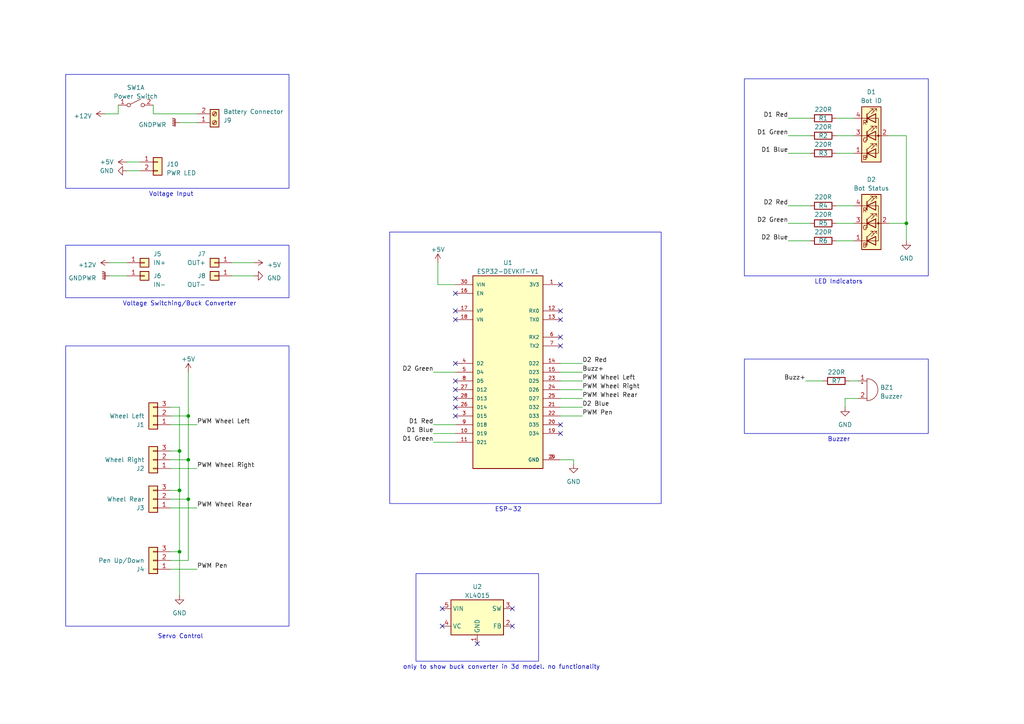
<source format=kicad_sch>
(kicad_sch (version 20230121) (generator eeschema)
  (paper "A4")
  (title_block (title "Hologlyph Bot Schematic") (date "2023-12-09") (rev "V1"))
  (lib_symbols
    (symbol "Connector:Screw_Terminal_01x02" (pin_names (offset 1.016) hide)
      (property "Reference" "J" (at 0 2.54 0))
      (property "Value" "Screw_Terminal_01x02" (at 0 -5.08 0))
      (symbol "Screw_Terminal_01x02_1_1"
        (rectangle (start -1.27 1.27) (end 1.27 -3.81) (stroke (width 0.254)) (fill (type background)))
        (circle (center 0 -2.54) (radius 0.635) (stroke (width 0.1524)))
        (polyline (pts (xy -0.5334 -2.2098) (xy 0.3302 -3.048)) (stroke (width 0.1524)))
        (polyline (pts (xy -0.5334 0.3302) (xy 0.3302 -0.508)) (stroke (width 0.1524)))
        (polyline (pts (xy -0.3556 -2.032) (xy 0.508 -2.8702)) (stroke (width 0.1524)))
        (polyline (pts (xy -0.3556 0.508) (xy 0.508 -0.3302)) (stroke (width 0.1524)))
        (circle (center 0 0) (radius 0.635) (stroke (width 0.1524)))
        (pin passive line (at -5.08 0 0) (length 3.81) (name "Pin_1") (number "1"))
        (pin passive line (at -5.08 -2.54 0) (length 3.81) (name "Pin_2") (number "2"))
      )
    )
    (symbol "Connector_Generic:Conn_01x01" (pin_names (offset 1.016) hide)
      (property "Reference" "J" (at 0 2.54 0))
      (property "Value" "Conn_01x01" (at 0 -2.54 0))
      (symbol "Conn_01x01_1_1"
        (rectangle (start -1.27 0.127) (end 0 -0.127) (stroke (width 0.1524)))
        (rectangle (start -1.27 1.27) (end 1.27 -1.27) (stroke (width 0.254)) (fill (type background)))
        (pin passive line (at -5.08 0 0) (length 3.81) (name "Pin_1") (number "1"))
      )
    )
    (symbol "Connector_Generic:Conn_01x02" (pin_names (offset 1.016) hide)
      (property "Reference" "J" (at 0 2.54 0))
      (property "Value" "Conn_01x02" (at 0 -5.08 0))
      (symbol "Conn_01x02_1_1"
        (rectangle (start -1.27 -2.413) (end 0 -2.667) (stroke (width 0.1524)))
        (rectangle (start -1.27 0.127) (end 0 -0.127) (stroke (width 0.1524)))
        (rectangle (start -1.27 1.27) (end 1.27 -3.81) (stroke (width 0.254)) (fill (type background)))
        (pin passive line (at -5.08 0 0) (length 3.81) (name "Pin_1") (number "1"))
        (pin passive line (at -5.08 -2.54 0) (length 3.81) (name "Pin_2") (number "2"))
      )
    )
    (symbol "Connector_Generic:Conn_01x03" (pin_names (offset 1.016) hide)
      (property "Reference" "J" (at 0 5.08 0))
      (property "Value" "Conn_01x03" (at 0 -5.08 0))
      (symbol "Conn_01x03_1_1"
        (rectangle (start -1.27 -2.413) (end 0 -2.667) (stroke (width 0.1524)))
        (rectangle (start -1.27 0.127) (end 0 -0.127) (stroke (width 0.1524)))
        (rectangle (start -1.27 2.667) (end 0 2.413) (stroke (width 0.1524)))
        (rectangle (start -1.27 3.81) (end 1.27 -3.81) (stroke (width 0.254)) (fill (type background)))
        (pin passive line (at -5.08 2.54 0) (length 3.81) (name "Pin_1") (number "1"))
        (pin passive line (at -5.08 0 0) (length 3.81) (name "Pin_2") (number "2"))
        (pin passive line (at -5.08 -2.54 0) (length 3.81) (name "Pin_3") (number "3"))
      )
    )
    (symbol "Device:Buzzer" (pin_names (offset 0.0254) hide)
      (property "Reference" "BZ" (at 3.81 1.27 0))
      (property "Value" "Buzzer" (at 3.81 -1.27 0))
      (symbol "Buzzer_0_1"
        (arc (start 0 -3.175) (mid 3.1612 0) (end 0 3.175))
        (polyline (pts (xy -1.651 1.905) (xy -1.143 1.905)))
        (polyline (pts (xy -1.397 2.159) (xy -1.397 1.651)))
        (polyline (pts (xy 0 3.175) (xy 0 -3.175)))
      )
      (symbol "Buzzer_1_1"
        (pin passive line (at -2.54 2.54 0) (length 2.54) (name "-") (number "1"))
        (pin passive line (at -2.54 -2.54 0) (length 2.54) (name "+") (number "2"))
      )
    )
    (symbol "Device:LED_BAGR" (pin_names (offset 0) hide)
      (property "Reference" "D" (at 0 9.398 0))
      (property "Value" "LED_BAGR" (at 0 -8.89 0))
      (symbol "LED_BAGR_0_0"
        (text "B" (at -1.905 -6.35 0) (effects (font (size 1.27 1.27))))
        (text "G" (at -1.905 -1.27 0) (effects (font (size 1.27 1.27))))
        (text "R" (at -1.905 3.81 0) (effects (font (size 1.27 1.27))))
      )
      (symbol "LED_BAGR_0_1"
        (polyline (pts (xy -1.27 -5.08) (xy -2.54 -5.08)))
        (polyline (pts (xy -1.27 -5.08) (xy 1.27 -5.08)))
        (polyline (pts (xy -1.27 -3.81) (xy -1.27 -6.35)) (stroke (width 0.254)))
        (polyline (pts (xy -1.27 0) (xy -2.54 0)))
        (polyline (pts (xy -1.27 1.27) (xy -1.27 -1.27)) (stroke (width 0.254)))
        (polyline (pts (xy -1.27 5.08) (xy -2.54 5.08)))
        (polyline (pts (xy -1.27 5.08) (xy 1.27 5.08)))
        (polyline (pts (xy -1.27 6.35) (xy -1.27 3.81)) (stroke (width 0.254)))
        (polyline (pts (xy 1.27 0) (xy -1.27 0)))
        (polyline (pts (xy 1.27 0) (xy 2.54 0)))
        (polyline (pts (xy -1.27 1.27) (xy -1.27 -1.27) (xy -1.27 -1.27)))
        (polyline (pts (xy -1.27 6.35) (xy -1.27 3.81) (xy -1.27 3.81)))
        (polyline (pts (xy 1.27 -5.08) (xy 2.032 -5.08) (xy 2.032 5.08) (xy 1.27 5.08)))
        (polyline (pts (xy 1.27 -3.81) (xy 1.27 -6.35) (xy -1.27 -5.08) (xy 1.27 -3.81)) (stroke (width 0.254)))
        (polyline (pts (xy 1.27 1.27) (xy 1.27 -1.27) (xy -1.27 0) (xy 1.27 1.27)) (stroke (width 0.254)))
        (polyline (pts (xy 1.27 6.35) (xy 1.27 3.81) (xy -1.27 5.08) (xy 1.27 6.35)) (stroke (width 0.254)))
        (polyline (pts (xy -1.016 -3.81) (xy 0.508 -2.286) (xy -0.254 -2.286) (xy 0.508 -2.286) (xy 0.508 -3.048)))
        (polyline (pts (xy -1.016 1.27) (xy 0.508 2.794) (xy -0.254 2.794) (xy 0.508 2.794) (xy 0.508 2.032)))
        (polyline (pts (xy -1.016 6.35) (xy 0.508 7.874) (xy -0.254 7.874) (xy 0.508 7.874) (xy 0.508 7.112)))
        (polyline (pts (xy 0 -3.81) (xy 1.524 -2.286) (xy 0.762 -2.286) (xy 1.524 -2.286) (xy 1.524 -3.048)))
        (polyline (pts (xy 0 1.27) (xy 1.524 2.794) (xy 0.762 2.794) (xy 1.524 2.794) (xy 1.524 2.032)))
        (polyline (pts (xy 0 6.35) (xy 1.524 7.874) (xy 0.762 7.874) (xy 1.524 7.874) (xy 1.524 7.112)))
        (rectangle (start 1.27 -1.27) (end 1.27 1.27))
        (rectangle (start 1.27 1.27) (end 1.27 1.27))
        (rectangle (start 1.27 3.81) (end 1.27 6.35))
        (rectangle (start 1.27 6.35) (end 1.27 6.35))
        (circle (center 2.032 0) (radius 0.254) (fill (type outline)))
        (rectangle (start 2.794 8.382) (end -2.794 -7.62) (stroke (width 0.254)) (fill (type background)))
      )
      (symbol "LED_BAGR_1_1"
        (pin passive line (at -5.08 -5.08 0) (length 2.54) (name "BK") (number "1"))
        (pin passive line (at 5.08 0 180) (length 2.54) (name "A") (number "2"))
        (pin passive line (at -5.08 0 0) (length 2.54) (name "GK") (number "3"))
        (pin passive line (at -5.08 5.08 0) (length 2.54) (name "RK") (number "4"))
      )
    )
    (symbol "Device:R" (pin_numbers hide) (pin_names (offset 0))
      (property "Reference" "R" (at 2.032 0 90))
      (property "Value" "R" (at 0 0 90))
      (symbol "R_0_1"
        (rectangle (start -1.016 -2.54) (end 1.016 2.54) (stroke (width 0.254)))
      )
      (symbol "R_1_1"
        (pin passive line (at 0 3.81 270) (length 1.27) (name "~") (number "1"))
        (pin passive line (at 0 -3.81 90) (length 1.27) (name "~") (number "2"))
      )
    )
    (symbol "ESP32-DEVKIT-V1:ESP32-DEVKIT-V1" (pin_names (offset 1.016))
      (property "Reference" "U" (at -10.16 30.48 0))
      (property "Value" "ESP32-DEVKIT-V1" (at -10.16 -30.48 0))
      (symbol "ESP32-DEVKIT-V1_0_0"
        (rectangle (start -10.16 -27.94) (end 10.16 27.94) (stroke (width 0.254)) (fill (type background)))
        (pin output line (at 15.24 25.4 180) (length 5.08) (name "3V3") (number "1"))
        (pin bidirectional line (at -15.24 -17.78 0) (length 5.08) (name "D19") (number "10"))
        (pin bidirectional line (at -15.24 -20.32 0) (length 5.08) (name "D21") (number "11"))
        (pin input line (at 15.24 17.78 180) (length 5.08) (name "RX0") (number "12"))
        (pin output line (at 15.24 15.24 180) (length 5.08) (name "TX0") (number "13"))
        (pin bidirectional line (at 15.24 2.54 180) (length 5.08) (name "D22") (number "14"))
        (pin bidirectional line (at 15.24 0 180) (length 5.08) (name "D23") (number "15"))
        (pin input line (at -15.24 22.86 0) (length 5.08) (name "EN") (number "16"))
        (pin bidirectional line (at -15.24 17.78 0) (length 5.08) (name "VP") (number "17"))
        (pin bidirectional line (at -15.24 15.24 0) (length 5.08) (name "VN") (number "18"))
        (pin bidirectional line (at 15.24 -17.78 180) (length 5.08) (name "D34") (number "19"))
        (pin power_in line (at 15.24 -25.4 180) (length 5.08) (name "GND") (number "2"))
        (pin bidirectional line (at 15.24 -15.24 180) (length 5.08) (name "D35") (number "20"))
        (pin bidirectional line (at 15.24 -10.16 180) (length 5.08) (name "D32") (number "21"))
        (pin bidirectional line (at 15.24 -12.7 180) (length 5.08) (name "D33") (number "22"))
        (pin bidirectional line (at 15.24 -2.54 180) (length 5.08) (name "D25") (number "23"))
        (pin bidirectional line (at 15.24 -5.08 180) (length 5.08) (name "D26") (number "24"))
        (pin bidirectional line (at 15.24 -7.62 180) (length 5.08) (name "D27") (number "25"))
        (pin bidirectional line (at -15.24 -10.16 0) (length 5.08) (name "D14") (number "26"))
        (pin bidirectional line (at -15.24 -5.08 0) (length 5.08) (name "D12") (number "27"))
        (pin bidirectional line (at -15.24 -7.62 0) (length 5.08) (name "D13") (number "28"))
        (pin power_in line (at 15.24 -25.4 180) (length 5.08) (name "GND") (number "29"))
        (pin bidirectional line (at -15.24 -12.7 0) (length 5.08) (name "D15") (number "3"))
        (pin input line (at -15.24 25.4 0) (length 5.08) (name "VIN") (number "30"))
        (pin bidirectional line (at -15.24 2.54 0) (length 5.08) (name "D2") (number "4"))
        (pin bidirectional line (at -15.24 0 0) (length 5.08) (name "D4") (number "5"))
        (pin input line (at 15.24 10.16 180) (length 5.08) (name "RX2") (number "6"))
        (pin output line (at 15.24 7.62 180) (length 5.08) (name "TX2") (number "7"))
        (pin bidirectional line (at -15.24 -2.54 0) (length 5.08) (name "D5") (number "8"))
        (pin bidirectional line (at -15.24 -15.24 0) (length 5.08) (name "D18") (number "9"))
      )
    )
    (symbol "Regulator_Switching:XL4015"
      (property "Reference" "U?" (at -6.35 6.35 0))
      (property "Value" "XL4015" (at 6.35 6.35 0))
      (symbol "XL4015_0_1"
        (rectangle (start -7.62 5.08) (end 7.62 -5.08) (stroke (width 0.254)) (fill (type background)))
      )
      (symbol "XL4015_1_1"
        (pin power_in line (at 0 -7.62 90) (length 2.54) (name "GND") (number "1"))
        (pin input line (at 10.16 -2.54 180) (length 2.54) (name "FB") (number "2"))
        (pin power_out line (at 10.16 2.54 180) (length 2.54) (name "SW") (number "3"))
        (pin input line (at -10.16 -2.54 0) (length 2.54) (name "VC") (number "4"))
        (pin power_in line (at -10.16 2.54 0) (length 2.54) (name "VIN") (number "5"))
      )
    )
    (symbol "Switch:SW_DPST_x2" (pin_names (offset 0) hide)
      (property "Reference" "SW" (at 0 3.175 0))
      (property "Value" "SW_DPST_x2" (at 0 -2.54 0))
      (symbol "SW_DPST_x2_0_0"
        (circle (center -2.032 0) (radius 0.508))
        (polyline (pts (xy -1.524 0.254) (xy 1.524 1.778)))
        (circle (center 2.032 0) (radius 0.508))
      )
      (symbol "SW_DPST_x2_1_1"
        (pin passive line (at -5.08 0 0) (length 2.54) (name "A") (number "1"))
        (pin passive line (at 5.08 0 180) (length 2.54) (name "B") (number "2"))
      )
      (symbol "SW_DPST_x2_2_1"
        (pin passive line (at -5.08 0 0) (length 2.54) (name "A") (number "3"))
        (pin passive line (at 5.08 0 180) (length 2.54) (name "B") (number "4"))
      )
    )
    (symbol "power:+12V" (power) (pin_names (offset 0))
      (property "Value" "+12V" (at 0 3.556 0))
      (symbol "+12V_0_1"
        (polyline (pts (xy -0.762 1.27) (xy 0 2.54)))
        (polyline (pts (xy 0 0) (xy 0 2.54)))
        (polyline (pts (xy 0 2.54) (xy 0.762 1.27)))
      )
      (symbol "+12V_1_1"
        (pin power_in line (at 0 0 90) (length 0) hide (name "+12V") (number "1"))
      )
    )
    (symbol "power:+5V" (power) (pin_names (offset 0))
      (property "Value" "+5V" (at 0 3.556 0))
      (symbol "+5V_0_1"
        (polyline (pts (xy -0.762 1.27) (xy 0 2.54)))
        (polyline (pts (xy 0 0) (xy 0 2.54)))
        (polyline (pts (xy 0 2.54) (xy 0.762 1.27)))
      )
      (symbol "+5V_1_1"
        (pin power_in line (at 0 0 90) (length 0) hide (name "+5V") (number "1"))
      )
    )
    (symbol "power:GND" (power) (pin_names (offset 0))
      (property "Value" "GND" (at 0 -3.81 0))
      (symbol "GND_0_1"
        (polyline (pts (xy 0 0) (xy 0 -1.27) (xy 1.27 -1.27) (xy 0 -2.54) (xy -1.27 -1.27) (xy 0 -1.27)))
      )
      (symbol "GND_1_1"
        (pin power_in line (at 0 0 270) (length 0) hide (name "GND") (number "1"))
      )
    )
    (symbol "power:GNDPWR" (power) (pin_names (offset 0))
      (property "Value" "GNDPWR" (at 0 -3.302 0))
      (symbol "GNDPWR_0_1"
        (polyline (pts (xy 0 -1.27) (xy 0 0)))
        (polyline (pts (xy -1.016 -1.27) (xy -1.27 -2.032) (xy -1.27 -2.032)) (stroke (width 0.2032)))
        (polyline (pts (xy -0.508 -1.27) (xy -0.762 -2.032) (xy -0.762 -2.032)) (stroke (width 0.2032)))
        (polyline (pts (xy 0 -1.27) (xy -0.254 -2.032) (xy -0.254 -2.032)) (stroke (width 0.2032)))
        (polyline (pts (xy 0.508 -1.27) (xy 0.254 -2.032) (xy 0.254 -2.032)) (stroke (width 0.2032)))
        (polyline (pts (xy 1.016 -1.27) (xy -1.016 -1.27) (xy -1.016 -1.27)) (stroke (width 0.2032)))
        (polyline (pts (xy 1.016 -1.27) (xy 0.762 -2.032) (xy 0.762 -2.032) (xy 0.762 -2.032)) (stroke (width 0.2032)))
      )
      (symbol "GNDPWR_1_1"
        (pin power_in line (at 0 0 270) (length 0) hide (name "GNDPWR") (number "1"))
      )
    )
  )
  (junction (at 52.07 160.02))
  (junction (at 54.61 133.35))
  (junction (at 52.07 142.24))
  (junction (at 54.61 144.78))
  (junction (at 262.89 64.77))
  (junction (at 52.07 130.81))
  (junction (at 54.61 120.65))
  (no_connect (at 128.27 181.61))
  (no_connect (at 162.56 82.55))
  (no_connect (at 162.56 125.73))
  (no_connect (at 162.56 90.17))
  (no_connect (at 132.08 118.11))
  (no_connect (at 138.43 186.69))
  (no_connect (at 162.56 123.19))
  (no_connect (at 128.27 176.53))
  (no_connect (at 132.08 110.49))
  (no_connect (at 162.56 92.71))
  (no_connect (at 148.59 176.53))
  (no_connect (at 132.08 120.65))
  (no_connect (at 148.59 181.61))
  (no_connect (at 132.08 113.03))
  (no_connect (at 132.08 90.17))
  (no_connect (at 132.08 115.57))
  (no_connect (at 162.56 100.33))
  (no_connect (at 132.08 85.09))
  (no_connect (at 132.08 105.41))
  (no_connect (at 132.08 92.71))
  (no_connect (at 162.56 97.79))
  (wire (pts (xy 162.56 115.57) (xy 168.91 115.57)))
  (wire (pts (xy 228.6 59.69) (xy 234.95 59.69)))
  (wire (pts (xy 67.31 76.2) (xy 73.66 76.2)))
  (wire (pts (xy 162.56 107.95) (xy 168.91 107.95)))
  (wire (pts (xy 52.07 142.24) (xy 52.07 160.02)))
  (wire (pts (xy 257.81 39.37) (xy 262.89 39.37)))
  (wire (pts (xy 228.6 34.29) (xy 234.95 34.29)))
  (wire (pts (xy 49.53 144.78) (xy 54.61 144.78)))
  (wire (pts (xy 125.73 128.27) (xy 132.08 128.27)))
  (wire (pts (xy 162.56 110.49) (xy 168.91 110.49)))
  (wire (pts (xy 52.07 35.56) (xy 57.15 35.56)))
  (wire (pts (xy 54.61 120.65) (xy 54.61 133.35)))
  (wire (pts (xy 49.53 118.11) (xy 52.07 118.11)))
  (wire (pts (xy 162.56 120.65) (xy 168.91 120.65)))
  (wire (pts (xy 34.29 30.48) (xy 34.29 33.02)))
  (wire (pts (xy 49.53 133.35) (xy 54.61 133.35)))
  (wire (pts (xy 49.53 142.24) (xy 52.07 142.24)))
  (wire (pts (xy 125.73 107.95) (xy 132.08 107.95)))
  (wire (pts (xy 242.57 64.77) (xy 247.65 64.77)))
  (wire (pts (xy 49.53 162.56) (xy 54.61 162.56)))
  (wire (pts (xy 132.08 82.55) (xy 127 82.55)))
  (wire (pts (xy 44.45 30.48) (xy 44.45 33.02)))
  (wire (pts (xy 49.53 120.65) (xy 54.61 120.65)))
  (wire (pts (xy 57.15 33.02) (xy 44.45 33.02)))
  (wire (pts (xy 228.6 64.77) (xy 234.95 64.77)))
  (wire (pts (xy 31.75 76.2) (xy 36.83 76.2)))
  (wire (pts (xy 52.07 160.02) (xy 52.07 172.72)))
  (wire (pts (xy 257.81 64.77) (xy 262.89 64.77)))
  (wire (pts (xy 67.31 80.01) (xy 73.66 80.01)))
  (wire (pts (xy 162.56 113.03) (xy 168.91 113.03)))
  (wire (pts (xy 242.57 69.85) (xy 247.65 69.85)))
  (wire (pts (xy 54.61 133.35) (xy 54.61 144.78)))
  (wire (pts (xy 228.6 69.85) (xy 234.95 69.85)))
  (wire (pts (xy 228.6 39.37) (xy 234.95 39.37)))
  (wire (pts (xy 49.53 165.1) (xy 57.15 165.1)))
  (wire (pts (xy 31.75 80.01) (xy 36.83 80.01)))
  (wire (pts (xy 49.53 135.89) (xy 57.15 135.89)))
  (wire (pts (xy 54.61 144.78) (xy 54.61 162.56)))
  (wire (pts (xy 245.11 115.57) (xy 245.11 118.11)))
  (wire (pts (xy 162.56 105.41) (xy 168.91 105.41)))
  (wire (pts (xy 49.53 123.19) (xy 57.15 123.19)))
  (wire (pts (xy 49.53 147.32) (xy 57.15 147.32)))
  (wire (pts (xy 248.92 115.57) (xy 245.11 115.57)))
  (wire (pts (xy 49.53 160.02) (xy 52.07 160.02)))
  (wire (pts (xy 36.83 46.99) (xy 40.64 46.99)))
  (wire (pts (xy 166.37 133.35) (xy 162.56 133.35)))
  (wire (pts (xy 52.07 130.81) (xy 52.07 142.24)))
  (wire (pts (xy 242.57 39.37) (xy 247.65 39.37)))
  (wire (pts (xy 49.53 130.81) (xy 52.07 130.81)))
  (wire (pts (xy 166.37 134.62) (xy 166.37 133.35)))
  (wire (pts (xy 262.89 64.77) (xy 262.89 69.85)))
  (wire (pts (xy 125.73 123.19) (xy 132.08 123.19)))
  (wire (pts (xy 52.07 118.11) (xy 52.07 130.81)))
  (wire (pts (xy 36.83 49.53) (xy 40.64 49.53)))
  (wire (pts (xy 242.57 34.29) (xy 247.65 34.29)))
  (wire (pts (xy 233.68 110.49) (xy 238.76 110.49)))
  (wire (pts (xy 127 82.55) (xy 127 76.2)))
  (wire (pts (xy 262.89 39.37) (xy 262.89 64.77)))
  (wire (pts (xy 246.38 110.49) (xy 248.92 110.49)))
  (wire (pts (xy 228.6 44.45) (xy 234.95 44.45)))
  (wire (pts (xy 125.73 125.73) (xy 132.08 125.73)))
  (wire (pts (xy 242.57 59.69) (xy 247.65 59.69)))
  (wire (pts (xy 30.48 33.02) (xy 34.29 33.02)))
  (wire (pts (xy 54.61 107.95) (xy 54.61 120.65)))
  (wire (pts (xy 162.56 118.11) (xy 168.91 118.11)))
  (wire (pts (xy 242.57 44.45) (xy 247.65 44.45)))
  (rectangle (start 215.9 104.14) (end 269.24 125.73))
  (rectangle (start 19.05 71.12) (end 83.82 86.36))
  (rectangle (start 19.05 100.33) (end 83.82 181.61))
  (rectangle (start 19.05 21.59) (end 83.82 54.61))
  (rectangle (start 113.03 67.31) (end 191.77 146.05))
  (rectangle (start 120.65 166.37) (end 156.21 191.77))
  (rectangle (start 215.9 22.86) (end 269.24 80.01))
  (text "only to show buck converter in 3d model. no functionality" (at 116.84 194.31 0) (effects (font (size 1.27 1.27)) (justify left bottom)))
  (text "Voltage Input" (at 43.18 57.15 0) (effects (font (size 1.27 1.27)) (justify left bottom)))
  (text "LED Indicators" (at 236.22 82.55 0) (effects (font (size 1.27 1.27)) (justify left bottom)))
  (text "Voltage Switching/Buck Converter" (at 35.56 88.9 0) (effects (font (size 1.27 1.27)) (justify left bottom)))
  (text "ESP-32" (at 143.51 148.59 0) (effects (font (size 1.27 1.27)) (justify left bottom)))
  (text "Buzzer" (at 240.03 128.27 0) (effects (font (size 1.27 1.27)) (justify left bottom)))
  (text "Servo Control" (at 45.72 185.42 0) (effects (font (size 1.27 1.27)) (justify left bottom)))
  (label "PWM Pen" (at 168.91 120.65 0))
  (label "Buzz+" (at 168.91 107.95 0))
  (label "D1 Green" (at 228.6 39.37 180))
  (label "D2 Red" (at 228.6 59.69 180))
  (label "D2 Blue" (at 228.6 69.85 180))
  (label "D1 Blue" (at 228.6 44.45 180))
  (label "D1 Blue" (at 125.73 125.73 180))
  (label "PWM Wheel Rear" (at 57.15 147.32 0))
  (label "PWM Wheel Left" (at 168.91 110.49 0))
  (label "PWM Wheel Right" (at 57.15 135.89 0))
  (label "D2 Blue" (at 168.91 118.11 0))
  (label "D1 Red" (at 228.6 34.29 180))
  (label "PWM Wheel Left" (at 57.15 123.19 0))
  (label "D1 Green" (at 125.73 128.27 180))
  (label "PWM Pen" (at 57.15 165.1 0))
  (label "D2 Red" (at 168.91 105.41 0))
  (label "PWM Wheel Right" (at 168.91 113.03 0))
  (label "D2 Green" (at 228.6 64.77 180))
  (label "D2 Green" (at 125.73 107.95 180))
  (label "D1 Red" (at 125.73 123.19 180))
  (label "PWM Wheel Rear" (at 168.91 115.57 0))
  (label "Buzz+" (at 233.68 110.49 180))
  (symbol (lib_id "power:+12V") (at 30.48 33.02 90) (unit 1)
    (property "Reference" "#PWR08" (effects hide))
    (property "Value" "+12V" (at 26.67 33.655 90) (effects (justify left)))
  )
  (symbol (lib_id "Device:R") (at 238.76 39.37 90) (unit 1)
    (property "Reference" "R2" (at 238.76 39.37 90))
    (property "Value" "220R" (at 238.76 36.83 90))
    (property "Footprint" "Resistor_THT:R_Axial_DIN0207_L6.3mm_D2.5mm_P7.62mm_Horizontal" (effects hide))
  )
  (symbol (lib_id "power:GND") (at 166.37 134.62 0) (unit 1)
    (property "Reference" "#PWR01" (effects hide))
    (property "Value" "GND" (at 166.37 139.7 0))
  )
  (symbol (lib_id "power:GND") (at 245.11 118.11 0) (unit 1)
    (property "Reference" "#PWR014" (effects hide))
    (property "Value" "GND" (at 245.11 123.19 0))
  )
  (symbol (lib_id "Device:R") (at 242.57 110.49 90) (unit 1)
    (property "Reference" "R7" (at 242.57 110.49 90))
    (property "Value" "220R" (at 242.57 107.95 90))
    (property "Footprint" "Resistor_THT:R_Axial_DIN0207_L6.3mm_D2.5mm_P7.62mm_Horizontal" (effects hide))
  )
  (symbol (lib_id "power:GND") (at 262.89 69.85 0) (unit 1)
    (property "Reference" "#PWR013" (effects hide))
    (property "Value" "GND" (at 262.89 74.93 0))
  )
  (symbol (lib_id "Connector_Generic:Conn_01x01") (at 62.23 76.2 180) (unit 1)
    (property "Reference" "J7" (at 59.69 73.66 0) (effects (justify left)))
    (property "Value" "OUT+" (at 59.69 76.2 0) (effects (justify left)))
    (property "Footprint" "Connector_PinHeader_2.54mm:PinHeader_1x01_P2.54mm_Vertical" (effects hide))
  )
  (symbol (lib_id "Connector_Generic:Conn_01x02") (at 45.72 46.99 0) (unit 1)
    (property "Reference" "J10" (at 48.26 47.625 0) (effects (justify left)))
    (property "Value" "PWR LED" (at 48.26 50.165 0) (effects (justify left)))
    (property "Footprint" "Connector_PinHeader_2.54mm:PinHeader_1x02_P2.54mm_Vertical" (effects hide))
  )
  (symbol (lib_id "Connector_Generic:Conn_01x03") (at 44.45 120.65 180) (unit 1)
    (property "Reference" "J1" (at 41.91 123.19 0) (effects (justify left)))
    (property "Value" "Wheel Left" (at 41.91 120.65 0) (effects (justify left)))
    (property "Footprint" "Connector_PinHeader_2.54mm:PinHeader_1x03_P2.54mm_Vertical" (effects hide))
  )
  (symbol (lib_id "Device:R") (at 238.76 59.69 90) (unit 1)
    (property "Reference" "R4" (at 238.76 59.69 90))
    (property "Value" "220R" (at 238.76 57.15 90))
    (property "Footprint" "Resistor_THT:R_Axial_DIN0207_L6.3mm_D2.5mm_P7.62mm_Horizontal" (effects hide))
  )
  (symbol (lib_id "Regulator_Switching:XL4015") (at 138.43 179.07 0) (unit 1)
    (property "Reference" "U2" (at 138.43 170.18 0))
    (property "Value" "XL4015" (at 138.43 172.72 0))
    (property "Footprint" "Package_TO_SOT_SMD:TO-263-5_TabPin3" (effects hide))
    (property "Datasheet" "http://www.xlsemi.net/datasheet/XL4015%20datasheet-English.pdf" (effects hide))
  )
  (symbol (lib_id "power:GNDPWR") (at 52.07 35.56 270) (unit 1)
    (property "Reference" "#PWR09" (effects hide))
    (property "Value" "GND" (at 48.26 36.195 90) (effects (justify right)))
  )
  (symbol (lib_id "Connector_Generic:Conn_01x03") (at 44.45 133.35 180) (unit 1)
    (property "Reference" "J2" (at 41.91 135.89 0) (effects (justify left)))
    (property "Value" "Wheel Right" (at 41.91 133.35 0) (effects (justify left)))
    (property "Footprint" "Connector_PinHeader_2.54mm:PinHeader_1x03_P2.54mm_Vertical" (effects hide))
  )
  (symbol (lib_id "Device:R") (at 238.76 44.45 90) (unit 1)
    (property "Reference" "R3" (at 238.76 44.45 90))
    (property "Value" "220R" (at 238.76 41.91 90))
    (property "Footprint" "Resistor_THT:R_Axial_DIN0207_L6.3mm_D2.5mm_P7.62mm_Horizontal" (effects hide))
  )
  (symbol (lib_id "Connector_Generic:Conn_01x01") (at 41.91 76.2 0) (unit 1)
    (property "Reference" "J5" (at 44.45 73.66 0) (effects (justify left)))
    (property "Value" "IN+" (at 44.45 76.2 0) (effects (justify left)))
    (property "Footprint" "Connector_PinHeader_2.54mm:PinHeader_1x01_P2.54mm_Vertical" (effects hide))
  )
  (symbol (lib_id "power:+12V") (at 31.75 76.2 90) (unit 1)
    (property "Reference" "#PWR07" (effects hide))
    (property "Value" "+12V" (at 27.94 76.835 90) (effects (justify left)))
  )
  (symbol (lib_id "Connector_Generic:Conn_01x01") (at 41.91 80.01 0) (unit 1)
    (property "Reference" "J6" (at 44.45 80.01 0) (effects (justify left)))
    (property "Value" "IN-" (at 44.45 82.55 0) (effects (justify left)))
    (property "Footprint" "Connector_PinHeader_2.54mm:PinHeader_1x01_P2.54mm_Vertical" (effects hide))
  )
  (symbol (lib_id "Connector_Generic:Conn_01x01") (at 62.23 80.01 180) (unit 1)
    (property "Reference" "J8" (at 59.69 80.01 0) (effects (justify left)))
    (property "Value" "OUT-" (at 59.69 82.55 0) (effects (justify left)))
    (property "Footprint" "Connector_PinHeader_2.54mm:PinHeader_1x01_P2.54mm_Vertical" (effects hide))
  )
  (symbol (lib_id "power:GNDPWR") (at 31.75 80.01 270) (unit 1)
    (property "Reference" "#PWR06" (effects hide))
    (property "Value" "GND" (at 27.94 80.645 90) (effects (justify right)))
  )
  (symbol (lib_id "power:+5V") (at 36.83 46.99 90) (unit 1)
    (property "Reference" "#PWR010" (effects hide))
    (property "Value" "+5V" (at 33.02 46.99 90) (effects (justify left)))
  )
  (symbol (lib_id "ESP32-DEVKIT-V1:ESP32-DEVKIT-V1") (at 147.32 107.95 0) (unit 1)
    (property "Reference" "U1" (at 147.32 76.2 0))
    (property "Value" "ESP32-DEVKIT-V1" (at 147.32 78.74 0))
    (property "Footprint" "ESP32-DEVKIT-V1:MODULE_ESP32_DEVKIT_V1" (effects hide))
    (property "MF" "Do it" (effects hide))
    (property "MAXIMUM_PACKAGE_HEIGHT" "6.8 mm" (effects hide))
    (property "Package" "None" (effects hide))
    (property "Price" "None" (effects hide))
    (property "Check_prices" "https://www.snapeda.com/parts/ESP32-DEVKIT-V1/Do+it/view-part/?ref=eda" (effects hide))
    (property "STANDARD" "Manufacturer Recommendations" (effects hide))
    (property "PARTREV" "N/A" (effects hide))
    (property "SnapEDA_Link" "https://www.snapeda.com/parts/ESP32-DEVKIT-V1/Do+it/view-part/?ref=snap" (effects hide))
    (property "MP" "ESP32-DEVKIT-V1" (effects hide))
    (property "Description" "\nDual core, Wi-Fi: 2.4 GHz up to 150 Mbits/s,BLE (Bluetooth Low Energy) and legacy Bluetooth, 32 bits, Up to 240 MHz\n" (effects hide))
    (property "Availability" "Not in stock" (effects hide))
    (property "MANUFACTURER" "DOIT" (effects hide))
  )
  (symbol (lib_id "Device:LED_BAGR") (at 252.73 39.37 0) (unit 1)
    (property "Reference" "D1" (at 252.73 26.67 0))
    (property "Value" "Bot ID" (at 252.73 29.21 0))
    (property "Footprint" "Connector_PinSocket_2.54mm:PinSocket_1x04_P2.54mm_Vertical" (effects hide))
  )
  (symbol (lib_id "power:GND") (at 73.66 80.01 90) (unit 1)
    (property "Reference" "#PWR05" (effects hide))
    (property "Value" "GND" (at 77.47 80.645 90) (effects (justify right)))
  )
  (symbol (lib_id "power:+5V") (at 127 76.2 0) (unit 1)
    (property "Reference" "#PWR03" (effects hide))
    (property "Value" "+5V" (at 127 72.39 0))
  )
  (symbol (lib_id "Connector_Generic:Conn_01x03") (at 44.45 144.78 180) (unit 1)
    (property "Reference" "J3" (at 41.91 147.32 0) (effects (justify left)))
    (property "Value" "Wheel Rear" (at 41.91 144.78 0) (effects (justify left)))
    (property "Footprint" "Connector_PinHeader_2.54mm:PinHeader_1x03_P2.54mm_Vertical" (effects hide))
  )
  (symbol (lib_id "power:+5V") (at 73.66 76.2 270) (unit 1)
    (property "Reference" "#PWR04" (effects hide))
    (property "Value" "+5V" (at 77.47 76.835 90) (effects (justify left)))
  )
  (symbol (lib_id "Connector:Screw_Terminal_01x02") (at 62.23 35.56 0) (mirror x) (unit 1)
    (property "Reference" "J9" (at 64.77 34.925 0) (effects (justify left)))
    (property "Value" "Battery Connector" (at 64.77 32.385 0) (effects (justify left)))
    (property "Footprint" "TerminalBlock:TerminalBlock_Altech_AK300-2_P5.00mm" (effects hide))
  )
  (symbol (lib_id "Device:R") (at 238.76 64.77 90) (unit 1)
    (property "Reference" "R5" (at 238.76 64.77 90))
    (property "Value" "220R" (at 238.76 62.23 90))
    (property "Footprint" "Resistor_THT:R_Axial_DIN0207_L6.3mm_D2.5mm_P7.62mm_Horizontal" (effects hide))
  )
  (symbol (lib_id "Device:Buzzer") (at 251.46 113.03 0) (unit 1)
    (property "Reference" "BZ1" (at 255.27 112.395 0) (effects (justify left)))
    (property "Value" "Buzzer" (at 255.27 114.935 0) (effects (justify left)))
    (property "Footprint" "Buzzer_Beeper:Buzzer_12x9.5RM7.6" (effects hide))
  )
  (symbol (lib_id "Device:R") (at 238.76 69.85 90) (unit 1)
    (property "Reference" "R6" (at 238.76 69.85 90))
    (property "Value" "220R" (at 238.76 67.31 90))
    (property "Footprint" "Resistor_THT:R_Axial_DIN0207_L6.3mm_D2.5mm_P7.62mm_Horizontal" (effects hide))
  )
  (symbol (lib_id "Device:LED_BAGR") (at 252.73 64.77 0) (unit 1)
    (property "Reference" "D2" (at 252.73 52.07 0))
    (property "Value" "Bot Status" (at 252.73 54.61 0))
    (property "Footprint" "Connector_PinSocket_2.54mm:PinSocket_1x04_P2.54mm_Vertical" (effects hide))
  )
  (symbol (lib_id "Switch:SW_DPST_x2") (at 39.37 30.48 0) (unit 1)
    (property "Reference" "SW1" (at 39.37 25.4 0))
    (property "Value" "Power Switch" (at 39.37 27.94 0))
    (property "Footprint" "Connector_PinHeader_2.54mm:PinHeader_1x02_P2.54mm_Vertical" (effects hide))
  )
  (symbol (lib_id "power:GND") (at 36.83 49.53 270) (unit 1)
    (property "Reference" "#PWR011" (effects hide))
    (property "Value" "GND" (at 33.02 49.53 90) (effects (justify right)))
  )
  (symbol (lib_id "power:+5V") (at 54.61 107.95 0) (unit 1)
    (property "Reference" "#PWR012" (effects hide))
    (property "Value" "+5V" (at 54.61 104.14 0))
  )
  (symbol (lib_id "power:GND") (at 52.07 172.72 0) (unit 1)
    (property "Reference" "#PWR02" (effects hide))
    (property "Value" "GND" (at 52.07 177.8 0))
  )
  (symbol (lib_id "Device:R") (at 238.76 34.29 90) (unit 1)
    (property "Reference" "R1" (at 238.76 34.29 90))
    (property "Value" "220R" (at 238.76 31.75 90))
    (property "Footprint" "Resistor_THT:R_Axial_DIN0207_L6.3mm_D2.5mm_P7.62mm_Horizontal" (effects hide))
  )
  (symbol (lib_id "Connector_Generic:Conn_01x03") (at 44.45 162.56 180) (unit 1)
    (property "Reference" "J4" (at 41.91 165.1 0) (effects (justify left)))
    (property "Value" "Pen Up/Down" (at 41.91 162.56 0) (effects (justify left)))
    (property "Footprint" "Connector_PinHeader_2.54mm:PinHeader_1x03_P2.54mm_Vertical" (effects hide))
  )
)
</source>
